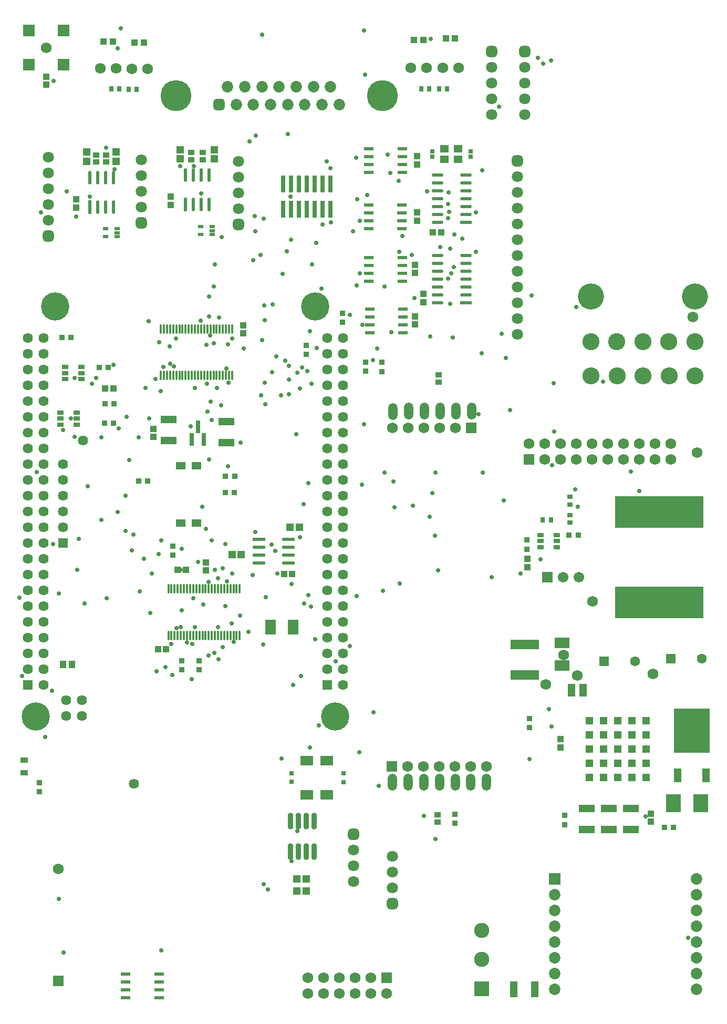
<source format=gts>
G04*
G04 #@! TF.GenerationSoftware,Altium Limited,Altium Designer,24.1.2 (44)*
G04*
G04 Layer_Color=8388736*
%FSLAX44Y44*%
%MOMM*%
G71*
G04*
G04 #@! TF.SameCoordinates,9E3D1DA3-FC52-4BB6-AAC9-55B28770B0AD*
G04*
G04*
G04 #@! TF.FilePolarity,Negative*
G04*
G01*
G75*
%ADD20R,0.9121X0.9581*%
%ADD21R,0.7400X2.7900*%
G04:AMPARAMS|DCode=22|XSize=1.5mm|YSize=0.3mm|CornerRadius=0.0495mm|HoleSize=0mm|Usage=FLASHONLY|Rotation=90.000|XOffset=0mm|YOffset=0mm|HoleType=Round|Shape=RoundedRectangle|*
%AMROUNDEDRECTD22*
21,1,1.5000,0.2010,0,0,90.0*
21,1,1.4010,0.3000,0,0,90.0*
1,1,0.0990,0.1005,0.7005*
1,1,0.0990,0.1005,-0.7005*
1,1,0.0990,-0.1005,-0.7005*
1,1,0.0990,-0.1005,0.7005*
%
%ADD22ROUNDEDRECTD22*%
%ADD24R,0.9581X0.9121*%
G04:AMPARAMS|DCode=25|XSize=1.1mm|YSize=0.6mm|CornerRadius=0.051mm|HoleSize=0mm|Usage=FLASHONLY|Rotation=0.000|XOffset=0mm|YOffset=0mm|HoleType=Round|Shape=RoundedRectangle|*
%AMROUNDEDRECTD25*
21,1,1.1000,0.4980,0,0,0.0*
21,1,0.9980,0.6000,0,0,0.0*
1,1,0.1020,0.4990,-0.2490*
1,1,0.1020,-0.4990,-0.2490*
1,1,0.1020,-0.4990,0.2490*
1,1,0.1020,0.4990,0.2490*
%
%ADD25ROUNDEDRECTD25*%
%ADD27R,0.9000X0.7500*%
%ADD28R,1.2500X2.5000*%
%ADD32R,1.5000X1.3000*%
%ADD33R,0.7556X0.8121*%
%ADD34R,2.5000X1.2500*%
%ADD35R,4.6000X1.5000*%
%ADD39R,1.5500X0.6000*%
%ADD40R,0.7581X0.8121*%
%ADD43R,1.4000X1.2000*%
G04:AMPARAMS|DCode=44|XSize=1.8741mm|YSize=0.5421mm|CornerRadius=0.2711mm|HoleSize=0mm|Usage=FLASHONLY|Rotation=180.000|XOffset=0mm|YOffset=0mm|HoleType=Round|Shape=RoundedRectangle|*
%AMROUNDEDRECTD44*
21,1,1.8741,0.0000,0,0,180.0*
21,1,1.3319,0.5421,0,0,180.0*
1,1,0.5421,-0.6660,0.0000*
1,1,0.5421,0.6660,0.0000*
1,1,0.5421,0.6660,0.0000*
1,1,0.5421,-0.6660,0.0000*
%
%ADD44ROUNDEDRECTD44*%
%ADD45R,1.8741X0.5421*%
G04:AMPARAMS|DCode=46|XSize=2.0771mm|YSize=0.5821mm|CornerRadius=0.2911mm|HoleSize=0mm|Usage=FLASHONLY|Rotation=0.000|XOffset=0mm|YOffset=0mm|HoleType=Round|Shape=RoundedRectangle|*
%AMROUNDEDRECTD46*
21,1,2.0771,0.0000,0,0,0.0*
21,1,1.4949,0.5821,0,0,0.0*
1,1,0.5821,0.7475,0.0000*
1,1,0.5821,-0.7475,0.0000*
1,1,0.5821,-0.7475,0.0000*
1,1,0.5821,0.7475,0.0000*
%
%ADD46ROUNDEDRECTD46*%
%ADD47R,2.0771X0.5821*%
%ADD48R,1.3000X0.9000*%
%ADD49R,0.7000X0.7000*%
%ADD52R,1.1549X2.1062*%
G04:AMPARAMS|DCode=55|XSize=2.1692mm|YSize=0.5821mm|CornerRadius=0.2911mm|HoleSize=0mm|Usage=FLASHONLY|Rotation=90.000|XOffset=0mm|YOffset=0mm|HoleType=Round|Shape=RoundedRectangle|*
%AMROUNDEDRECTD55*
21,1,2.1692,0.0000,0,0,90.0*
21,1,1.5870,0.5821,0,0,90.0*
1,1,0.5821,0.0000,0.7935*
1,1,0.5821,0.0000,-0.7935*
1,1,0.5821,0.0000,-0.7935*
1,1,0.5821,0.0000,0.7935*
%
%ADD55ROUNDEDRECTD55*%
%ADD56R,0.5821X2.1692*%
%ADD65O,1.4732X2.7432*%
%ADD66R,1.1032X1.0532*%
%ADD67R,0.8032X2.0032*%
%ADD68R,1.0532X1.1032*%
%ADD69R,1.0532X0.9032*%
%ADD70R,1.7232X2.3832*%
%ADD71R,2.3832X1.7232*%
%ADD72R,1.0032X1.2032*%
%ADD73R,1.0032X1.0032*%
%ADD74R,1.1532X1.1532*%
%ADD75R,0.7232X0.7632*%
%ADD76R,1.2632X1.2632*%
%ADD77R,1.9431X1.9431*%
%ADD78C,1.7272*%
%ADD79R,1.1532X1.1532*%
%ADD80R,0.8636X0.5080*%
%ADD81R,2.3622X2.9462*%
%ADD82O,0.9032X2.7032*%
%ADD83R,1.2032X2.2532*%
%ADD84R,5.8532X7.1032*%
%ADD85R,2.1032X1.5032*%
%ADD86R,14.2032X5.2032*%
%ADD87C,1.8032*%
G04:AMPARAMS|DCode=88|XSize=1.8032mm|YSize=1.8032mm|CornerRadius=0.5016mm|HoleSize=0mm|Usage=FLASHONLY|Rotation=90.000|XOffset=0mm|YOffset=0mm|HoleType=Round|Shape=RoundedRectangle|*
%AMROUNDEDRECTD88*
21,1,1.8032,0.8000,0,0,90.0*
21,1,0.8000,1.8032,0,0,90.0*
1,1,1.0032,0.4000,0.4000*
1,1,1.0032,0.4000,-0.4000*
1,1,1.0032,-0.4000,-0.4000*
1,1,1.0032,-0.4000,0.4000*
%
%ADD88ROUNDEDRECTD88*%
%ADD89R,1.7272X1.7272*%
%ADD90C,1.7532*%
%ADD91R,1.7532X1.7532*%
%ADD92C,2.7432*%
%ADD93C,4.2032*%
%ADD94R,1.7032X1.7032*%
%ADD95C,1.7032*%
%ADD96R,2.4500X2.4500*%
%ADD97C,2.4500*%
%ADD98R,1.8542X1.8542*%
%ADD99C,1.8542*%
%ADD100R,1.7532X1.7532*%
%ADD101C,1.6256*%
%ADD102C,4.5466*%
%ADD103R,1.6256X1.6256*%
%ADD104C,1.8532*%
%ADD105C,5.0032*%
G04:AMPARAMS|DCode=106|XSize=1.8532mm|YSize=1.8532mm|CornerRadius=0.5141mm|HoleSize=0mm|Usage=FLASHONLY|Rotation=180.000|XOffset=0mm|YOffset=0mm|HoleType=Round|Shape=RoundedRectangle|*
%AMROUNDEDRECTD106*
21,1,1.8532,0.8250,0,0,180.0*
21,1,0.8250,1.8532,0,0,180.0*
1,1,1.0282,-0.4125,0.4125*
1,1,1.0282,0.4125,0.4125*
1,1,1.0282,0.4125,-0.4125*
1,1,1.0282,-0.4125,-0.4125*
%
%ADD106ROUNDEDRECTD106*%
%ADD107R,1.6032X1.6032*%
%ADD108C,1.6032*%
%ADD109C,1.7400*%
%ADD110R,1.7400X1.7400*%
%ADD111C,0.7112*%
D20*
X862330Y478948D02*
D03*
Y464408D02*
D03*
X329438Y557880D02*
D03*
Y572420D02*
D03*
X302006Y557626D02*
D03*
Y572166D02*
D03*
X858220Y766628D02*
D03*
Y752088D02*
D03*
X742188Y310326D02*
D03*
Y324866D02*
D03*
X919226Y322992D02*
D03*
Y308452D02*
D03*
X624586Y1038194D02*
D03*
Y1052734D02*
D03*
X598170Y1053496D02*
D03*
Y1038956D02*
D03*
X287274Y742538D02*
D03*
Y757078D02*
D03*
X560832Y1131631D02*
D03*
Y1117092D02*
D03*
X502158Y1080166D02*
D03*
Y1065626D02*
D03*
X72390Y361284D02*
D03*
Y375824D02*
D03*
D21*
X465328Y1299434D02*
D03*
X478028D02*
D03*
X490728D02*
D03*
X503428D02*
D03*
X516128D02*
D03*
X528828D02*
D03*
X541528D02*
D03*
X465328Y1340134D02*
D03*
X478028D02*
D03*
X490728D02*
D03*
X503428D02*
D03*
X516128D02*
D03*
X528828D02*
D03*
X541528D02*
D03*
D22*
X267874Y1031804D02*
D03*
X272874D02*
D03*
X277874D02*
D03*
X282874D02*
D03*
X287874D02*
D03*
X292874D02*
D03*
X297874D02*
D03*
X302874D02*
D03*
X307874D02*
D03*
X312874D02*
D03*
X317874D02*
D03*
X322874D02*
D03*
X327874D02*
D03*
X332874D02*
D03*
X337874D02*
D03*
X342874D02*
D03*
X347874D02*
D03*
X352874D02*
D03*
X357874D02*
D03*
X362874D02*
D03*
X367874D02*
D03*
X372874D02*
D03*
X377874D02*
D03*
X382874D02*
D03*
Y1106804D02*
D03*
X377874D02*
D03*
X372874D02*
D03*
X367874D02*
D03*
X362874D02*
D03*
X357874D02*
D03*
X352874D02*
D03*
X347874D02*
D03*
X342874D02*
D03*
X337874D02*
D03*
X332874D02*
D03*
X327874D02*
D03*
X322874D02*
D03*
X317874D02*
D03*
X312874D02*
D03*
X307874D02*
D03*
X302874D02*
D03*
X297874D02*
D03*
X292874D02*
D03*
X287874D02*
D03*
X282874D02*
D03*
X277874D02*
D03*
X272874D02*
D03*
X267874D02*
D03*
X280066Y613248D02*
D03*
X285066D02*
D03*
X290066D02*
D03*
X295066D02*
D03*
X300066D02*
D03*
X305066D02*
D03*
X310066D02*
D03*
X315066D02*
D03*
X320066D02*
D03*
X325066D02*
D03*
X330066D02*
D03*
X335066D02*
D03*
X340066D02*
D03*
X345066D02*
D03*
X350066D02*
D03*
X355066D02*
D03*
X360066D02*
D03*
X365066D02*
D03*
X370066D02*
D03*
X375066D02*
D03*
X380066D02*
D03*
X385066D02*
D03*
X390066D02*
D03*
X395066D02*
D03*
Y688248D02*
D03*
X390066D02*
D03*
X385066D02*
D03*
X380066D02*
D03*
X375066D02*
D03*
X370066D02*
D03*
X365066D02*
D03*
X360066D02*
D03*
X355066D02*
D03*
X350066D02*
D03*
X345066D02*
D03*
X340066D02*
D03*
X335066D02*
D03*
X330066D02*
D03*
X325066D02*
D03*
X320066D02*
D03*
X315066D02*
D03*
X310066D02*
D03*
X305066D02*
D03*
X300066D02*
D03*
X295066D02*
D03*
X290066D02*
D03*
X285066D02*
D03*
X280066D02*
D03*
D24*
X182920Y1044872D02*
D03*
X168380D02*
D03*
X108434Y1092708D02*
D03*
X122974D02*
D03*
X1079850Y304038D02*
D03*
X1094390D02*
D03*
X177738Y986282D02*
D03*
X192278D02*
D03*
X176784Y954786D02*
D03*
X191324D02*
D03*
X940420Y774344D02*
D03*
X925880D02*
D03*
X371856Y842772D02*
D03*
X386396D02*
D03*
X372206Y869696D02*
D03*
X386746D02*
D03*
X232252Y861822D02*
D03*
X246792D02*
D03*
D25*
X139882Y1045228D02*
D03*
Y1035728D02*
D03*
Y1026228D02*
D03*
X113882D02*
D03*
Y1035728D02*
D03*
Y1045228D02*
D03*
X879764Y755446D02*
D03*
Y764946D02*
D03*
Y774446D02*
D03*
X905764D02*
D03*
Y764946D02*
D03*
Y755446D02*
D03*
X106380Y952652D02*
D03*
Y962152D02*
D03*
Y971652D02*
D03*
X132380D02*
D03*
Y962152D02*
D03*
Y952652D02*
D03*
D27*
X927562Y806506D02*
D03*
Y794506D02*
D03*
Y836066D02*
D03*
Y824066D02*
D03*
D28*
X870440Y43434D02*
D03*
X836440D02*
D03*
D32*
X300228Y886232D02*
D03*
X325628D02*
D03*
Y794232D02*
D03*
X300228D02*
D03*
D33*
X882963Y799490D02*
D03*
X896469D02*
D03*
D34*
X373380Y957308D02*
D03*
Y923308D02*
D03*
X1025652Y334500D02*
D03*
Y300500D02*
D03*
X990092Y334500D02*
D03*
Y300500D02*
D03*
X954532Y334500D02*
D03*
Y300500D02*
D03*
X280162Y960610D02*
D03*
Y926610D02*
D03*
D35*
X854710Y598540D02*
D03*
Y549540D02*
D03*
D39*
X602920Y1358392D02*
D03*
Y1371092D02*
D03*
Y1383792D02*
D03*
Y1396492D02*
D03*
X656920D02*
D03*
Y1383792D02*
D03*
Y1371092D02*
D03*
Y1358392D02*
D03*
X602666Y1268222D02*
D03*
Y1280922D02*
D03*
Y1293622D02*
D03*
Y1306322D02*
D03*
X656666D02*
D03*
Y1293622D02*
D03*
Y1280922D02*
D03*
Y1268222D02*
D03*
X604444Y1100582D02*
D03*
Y1113282D02*
D03*
Y1125982D02*
D03*
Y1138682D02*
D03*
X658444D02*
D03*
Y1125982D02*
D03*
Y1113282D02*
D03*
Y1100582D02*
D03*
X210998Y67564D02*
D03*
Y54864D02*
D03*
Y42164D02*
D03*
Y29464D02*
D03*
X264998D02*
D03*
Y42164D02*
D03*
Y54864D02*
D03*
Y67564D02*
D03*
X603428Y1183132D02*
D03*
Y1195832D02*
D03*
Y1208532D02*
D03*
Y1221232D02*
D03*
X657428D02*
D03*
Y1208532D02*
D03*
Y1195832D02*
D03*
Y1183132D02*
D03*
D40*
X716788Y1493266D02*
D03*
X729328D02*
D03*
X188294Y1493012D02*
D03*
X200834D02*
D03*
X229028Y1492758D02*
D03*
X216488D02*
D03*
X687912Y1493012D02*
D03*
X700452D02*
D03*
D43*
X746838Y1396864D02*
D03*
X724838D02*
D03*
Y1379864D02*
D03*
X746838D02*
D03*
D44*
X713740Y1149096D02*
D03*
Y1161796D02*
D03*
Y1174496D02*
D03*
Y1187196D02*
D03*
Y1199896D02*
D03*
Y1212596D02*
D03*
Y1225296D02*
D03*
X760061D02*
D03*
Y1212596D02*
D03*
Y1199896D02*
D03*
Y1187196D02*
D03*
Y1174496D02*
D03*
Y1161796D02*
D03*
X713740Y1278636D02*
D03*
Y1291336D02*
D03*
Y1304036D02*
D03*
Y1316736D02*
D03*
Y1329436D02*
D03*
Y1342136D02*
D03*
Y1354836D02*
D03*
X760061D02*
D03*
Y1342136D02*
D03*
Y1329436D02*
D03*
Y1316736D02*
D03*
Y1304036D02*
D03*
Y1291336D02*
D03*
D45*
Y1149096D02*
D03*
Y1278636D02*
D03*
D46*
X473255Y767588D02*
D03*
Y754888D02*
D03*
Y742188D02*
D03*
Y729488D02*
D03*
X425905D02*
D03*
Y742188D02*
D03*
Y754888D02*
D03*
D47*
Y767588D02*
D03*
D48*
X47244Y391496D02*
D03*
Y412496D02*
D03*
D49*
X562102Y376794D02*
D03*
Y390794D02*
D03*
X478282Y377302D02*
D03*
Y391302D02*
D03*
D52*
X929781Y525018D02*
D03*
X948294D02*
D03*
D55*
X307340Y1354342D02*
D03*
X320040D02*
D03*
X332740D02*
D03*
X345440D02*
D03*
Y1307070D02*
D03*
X332740D02*
D03*
X320040D02*
D03*
X165862Y1302766D02*
D03*
X178562D02*
D03*
X191262D02*
D03*
Y1350038D02*
D03*
X178562D02*
D03*
X165862D02*
D03*
X153162D02*
D03*
D56*
X307340Y1307070D02*
D03*
X153162Y1302766D02*
D03*
D65*
X641069Y376682D02*
D03*
X666389D02*
D03*
X691709D02*
D03*
X717029D02*
D03*
X742348D02*
D03*
X767668D02*
D03*
X792988D02*
D03*
X641858Y973582D02*
D03*
X667368Y974264D02*
D03*
X692687D02*
D03*
X718007D02*
D03*
X743327D02*
D03*
X768646D02*
D03*
D66*
X255778Y932792D02*
D03*
Y945792D02*
D03*
X340360Y730654D02*
D03*
Y717654D02*
D03*
X82804Y1499974D02*
D03*
Y1512974D02*
D03*
X680720Y1371704D02*
D03*
Y1384704D02*
D03*
X681228Y1281026D02*
D03*
Y1294026D02*
D03*
X1057656Y313032D02*
D03*
Y326032D02*
D03*
X912368Y445666D02*
D03*
Y432667D02*
D03*
X283718Y1306426D02*
D03*
Y1319426D02*
D03*
X131318Y1302212D02*
D03*
Y1315212D02*
D03*
X858982Y736140D02*
D03*
Y723140D02*
D03*
X400558Y1099312D02*
D03*
Y1112312D02*
D03*
X677926Y1114148D02*
D03*
Y1127148D02*
D03*
Y1196698D02*
D03*
Y1209698D02*
D03*
X691388Y1149962D02*
D03*
Y1162962D02*
D03*
D67*
X327508Y948878D02*
D03*
X337008Y928878D02*
D03*
X318008D02*
D03*
D68*
X191158Y1010920D02*
D03*
X178158D02*
D03*
X295252Y719074D02*
D03*
X308252D02*
D03*
X466806Y711962D02*
D03*
X479806D02*
D03*
X263607Y590804D02*
D03*
X276606D02*
D03*
X719629Y1262380D02*
D03*
X706628D02*
D03*
D69*
X713740Y312512D02*
D03*
Y324012D02*
D03*
X716026Y1032764D02*
D03*
Y1021264D02*
D03*
X335288Y1390860D02*
D03*
Y1379360D02*
D03*
X317000Y1390860D02*
D03*
Y1379360D02*
D03*
X163584Y1387002D02*
D03*
Y1375502D02*
D03*
X179332Y1387002D02*
D03*
Y1375502D02*
D03*
D70*
X444647Y626618D02*
D03*
X481437D02*
D03*
D71*
X914908Y601071D02*
D03*
Y564281D02*
D03*
D72*
X124848Y566420D02*
D03*
X109848D02*
D03*
D73*
X727068Y1574800D02*
D03*
X742068D02*
D03*
X175634Y1569720D02*
D03*
X190634D02*
D03*
X225672Y1568196D02*
D03*
X240672D02*
D03*
X690760Y1572514D02*
D03*
X675760D02*
D03*
D74*
X475862Y787400D02*
D03*
X490862D02*
D03*
X382644Y742950D02*
D03*
X397644D02*
D03*
X502038Y201676D02*
D03*
X487038D02*
D03*
X502038Y220980D02*
D03*
X487038D02*
D03*
D75*
X767080Y1392264D02*
D03*
Y1384464D02*
D03*
X705358D02*
D03*
Y1392264D02*
D03*
D76*
X958730Y452882D02*
D03*
X1050330Y384182D02*
D03*
X1027430D02*
D03*
X1004530D02*
D03*
X981630D02*
D03*
X958730D02*
D03*
X1050330Y407082D02*
D03*
X1027430D02*
D03*
X1004530D02*
D03*
X981630D02*
D03*
X958730D02*
D03*
X1050330Y429982D02*
D03*
X1027430D02*
D03*
X1004530D02*
D03*
X981630D02*
D03*
X958730D02*
D03*
X1050330Y452882D02*
D03*
X1027430D02*
D03*
X1004530D02*
D03*
X981630D02*
D03*
X1050330Y475782D02*
D03*
X1027430D02*
D03*
X1004530D02*
D03*
X981630D02*
D03*
X958730D02*
D03*
D77*
X55562Y1587563D02*
D03*
X111061D02*
D03*
Y1532064D02*
D03*
X55562D02*
D03*
D78*
X83312Y1559814D02*
D03*
X102870Y236636D02*
D03*
X747776Y1527048D02*
D03*
X722376D02*
D03*
X696214Y1527302D02*
D03*
X670814D02*
D03*
X246634Y1525778D02*
D03*
X221234D02*
D03*
X196088Y1526032D02*
D03*
X170688D02*
D03*
X939528Y548878D02*
D03*
X887984Y534162D02*
D03*
X1061212Y551434D02*
D03*
X916940Y581914D02*
D03*
X963897Y668307D02*
D03*
X1131824Y907796D02*
D03*
X1125474Y1125728D02*
D03*
D79*
X354076Y1395610D02*
D03*
Y1380610D02*
D03*
X195580Y1391752D02*
D03*
Y1376752D02*
D03*
X148336Y1391752D02*
D03*
Y1376752D02*
D03*
X299212Y1395610D02*
D03*
Y1380610D02*
D03*
D80*
X179214Y1255118D02*
D03*
Y1268118D02*
D03*
X197214D02*
D03*
Y1261618D02*
D03*
Y1255118D02*
D03*
X332376Y1258674D02*
D03*
Y1271674D02*
D03*
X350376D02*
D03*
Y1265174D02*
D03*
Y1258674D02*
D03*
D81*
X1093976Y342392D02*
D03*
X1138176D02*
D03*
D82*
X477012Y265060D02*
D03*
X489712D02*
D03*
X502412D02*
D03*
X515112D02*
D03*
X477012Y314060D02*
D03*
X489712D02*
D03*
X502412D02*
D03*
X515112D02*
D03*
D83*
X1100896Y387740D02*
D03*
X1146496D02*
D03*
D84*
X1123696Y459740D02*
D03*
D85*
X535178Y356616D02*
D03*
X503178D02*
D03*
X535178Y411616D02*
D03*
X503178D02*
D03*
D86*
X1071118Y811530D02*
D03*
Y666530D02*
D03*
D87*
X392938Y1325626D02*
D03*
Y1300226D02*
D03*
Y1351026D02*
D03*
Y1376426D02*
D03*
X578357Y267208D02*
D03*
Y241808D02*
D03*
Y216408D02*
D03*
X842264Y1174496D02*
D03*
Y1250696D02*
D03*
Y1301496D02*
D03*
Y1352296D02*
D03*
Y1326896D02*
D03*
Y1276096D02*
D03*
Y1225296D02*
D03*
Y1199896D02*
D03*
Y1149096D02*
D03*
Y1123696D02*
D03*
Y1098296D02*
D03*
X800862Y1502664D02*
D03*
Y1528064D02*
D03*
Y1477264D02*
D03*
Y1451864D02*
D03*
X236220Y1379220D02*
D03*
Y1353820D02*
D03*
Y1303020D02*
D03*
Y1328420D02*
D03*
X641096Y206755D02*
D03*
Y232155D02*
D03*
Y257555D02*
D03*
X854710Y1451864D02*
D03*
Y1477264D02*
D03*
Y1528064D02*
D03*
Y1502664D02*
D03*
X86868Y1383538D02*
D03*
Y1358138D02*
D03*
Y1307338D02*
D03*
Y1281938D02*
D03*
Y1332738D02*
D03*
D88*
X392938Y1274826D02*
D03*
X578357Y292608D02*
D03*
X842264Y1377696D02*
D03*
X800862Y1553464D02*
D03*
X236220Y1277620D02*
D03*
X641096Y181355D02*
D03*
X854710Y1553464D02*
D03*
X86868Y1256538D02*
D03*
D89*
X102870Y56642D02*
D03*
D90*
X792988Y402082D02*
D03*
X767588D02*
D03*
X742188D02*
D03*
X716788D02*
D03*
X691388D02*
D03*
X665988D02*
D03*
X742858Y946912D02*
D03*
X717458D02*
D03*
X692058D02*
D03*
X666658D02*
D03*
X641258D02*
D03*
X988568Y921512D02*
D03*
X963168D02*
D03*
Y896112D02*
D03*
X988568D02*
D03*
X937768D02*
D03*
Y921512D02*
D03*
X912368Y896112D02*
D03*
Y921512D02*
D03*
X886968Y896112D02*
D03*
Y921512D02*
D03*
X861568D02*
D03*
X1090168Y896112D02*
D03*
Y921512D02*
D03*
X1064768Y896112D02*
D03*
Y921512D02*
D03*
X1039368Y896112D02*
D03*
Y921512D02*
D03*
X1013968D02*
D03*
Y896112D02*
D03*
D91*
X640588Y402082D02*
D03*
X768258Y946912D02*
D03*
D92*
X1129136Y1030850D02*
D03*
X1087136D02*
D03*
X1045136D02*
D03*
X1003136D02*
D03*
X961136D02*
D03*
X1128776Y1085850D02*
D03*
X1086866D02*
D03*
X1044956D02*
D03*
X1003046D02*
D03*
X961136D02*
D03*
D93*
X1129136Y1158849D02*
D03*
X961136D02*
D03*
D94*
X890986Y706780D02*
D03*
D95*
X916386D02*
D03*
X941786D02*
D03*
D96*
X785114Y44186D02*
D03*
D97*
Y91186D02*
D03*
Y138186D02*
D03*
D98*
X902970Y220980D02*
D03*
D99*
Y195580D02*
D03*
Y119380D02*
D03*
Y68580D02*
D03*
Y93980D02*
D03*
Y144780D02*
D03*
Y43180D02*
D03*
Y170180D02*
D03*
X1131570Y43180D02*
D03*
Y144780D02*
D03*
Y93980D02*
D03*
Y119380D02*
D03*
Y220980D02*
D03*
Y170180D02*
D03*
Y195580D02*
D03*
Y68580D02*
D03*
D100*
X861568Y896112D02*
D03*
D101*
X53340Y736092D02*
D03*
Y710692D02*
D03*
Y659892D02*
D03*
Y761492D02*
D03*
Y685292D02*
D03*
Y634492D02*
D03*
Y609092D02*
D03*
Y863092D02*
D03*
Y888492D02*
D03*
Y1040892D02*
D03*
Y1015492D02*
D03*
Y964692D02*
D03*
Y939292D02*
D03*
Y913892D02*
D03*
Y583692D02*
D03*
Y837692D02*
D03*
Y990092D02*
D03*
Y1066292D02*
D03*
Y786892D02*
D03*
Y812292D02*
D03*
Y558292D02*
D03*
Y1091692D02*
D03*
X78740Y710692D02*
D03*
Y685292D02*
D03*
Y659892D02*
D03*
Y736092D02*
D03*
Y837692D02*
D03*
Y609092D02*
D03*
Y634492D02*
D03*
Y863092D02*
D03*
Y888492D02*
D03*
Y1066292D02*
D03*
Y1040892D02*
D03*
Y1015492D02*
D03*
Y990092D02*
D03*
Y964692D02*
D03*
Y939292D02*
D03*
Y913892D02*
D03*
Y583692D02*
D03*
Y761492D02*
D03*
Y812292D02*
D03*
Y786892D02*
D03*
Y558292D02*
D03*
Y1091692D02*
D03*
X142240Y926592D02*
D03*
X224790Y374142D02*
D03*
X78740Y532892D02*
D03*
X561340D02*
D03*
X535940Y736092D02*
D03*
X561340Y710692D02*
D03*
X535940D02*
D03*
Y659892D02*
D03*
X561340Y685292D02*
D03*
Y659892D02*
D03*
X535940Y761492D02*
D03*
Y685292D02*
D03*
X561340Y736092D02*
D03*
Y837692D02*
D03*
X535940Y634492D02*
D03*
Y609092D02*
D03*
X561340D02*
D03*
Y634492D02*
D03*
Y863092D02*
D03*
X535940D02*
D03*
Y888492D02*
D03*
X561340D02*
D03*
X535940Y1091692D02*
D03*
X561340Y1066292D02*
D03*
X535940Y1040892D02*
D03*
X561340D02*
D03*
X535940Y1015492D02*
D03*
X561340D02*
D03*
Y990092D02*
D03*
Y964692D02*
D03*
Y939292D02*
D03*
X535940Y964692D02*
D03*
Y939292D02*
D03*
Y913892D02*
D03*
X561340D02*
D03*
X535940Y583692D02*
D03*
X561340D02*
D03*
Y761492D02*
D03*
X535940Y837692D02*
D03*
X561340Y812292D02*
D03*
X535940Y990092D02*
D03*
X561340Y1091692D02*
D03*
X535940Y1066292D02*
D03*
Y786892D02*
D03*
Y812292D02*
D03*
X561340Y786892D02*
D03*
X535940Y558292D02*
D03*
X561340D02*
D03*
X110490Y812292D02*
D03*
Y888492D02*
D03*
Y786892D02*
D03*
Y863092D02*
D03*
Y837692D02*
D03*
X140970Y483362D02*
D03*
X115570D02*
D03*
X140970Y508762D02*
D03*
X115570D02*
D03*
D102*
X66040Y482092D02*
D03*
X97790Y1142492D02*
D03*
X548640Y482092D02*
D03*
X516890Y1142492D02*
D03*
D103*
X53340Y532892D02*
D03*
X535940D02*
D03*
X110490Y761492D02*
D03*
D104*
X541594Y1496544D02*
D03*
X513894D02*
D03*
X486194D02*
D03*
X458494D02*
D03*
X430794D02*
D03*
X403094D02*
D03*
X375394D02*
D03*
X555444Y1468144D02*
D03*
X527744D02*
D03*
X500044D02*
D03*
X472344D02*
D03*
X389244D02*
D03*
X444644D02*
D03*
X416944D02*
D03*
D105*
X291894Y1482344D02*
D03*
X625094D02*
D03*
D106*
X361544Y1468144D02*
D03*
D107*
X1090168Y575818D02*
D03*
X982364Y571754D02*
D03*
D108*
X1140168Y575818D02*
D03*
X1032364Y571754D02*
D03*
D109*
X504698Y36322D02*
D03*
X530098D02*
D03*
X555498D02*
D03*
X580898D02*
D03*
X606298D02*
D03*
X631698D02*
D03*
X504698Y61722D02*
D03*
X530098D02*
D03*
X555498D02*
D03*
X580898D02*
D03*
X606298D02*
D03*
D110*
X631698D02*
D03*
D111*
X495554Y1044448D02*
D03*
X884090Y1534414D02*
D03*
X897128Y1539494D02*
D03*
X703326Y1573784D02*
D03*
X179324Y1398778D02*
D03*
X535432Y1376172D02*
D03*
X541528Y1365928D02*
D03*
X734060Y1236218D02*
D03*
X740664Y1258653D02*
D03*
X731266Y1308100D02*
D03*
X616458Y1075436D02*
D03*
X572262Y1129284D02*
D03*
X265377Y1085035D02*
D03*
X212734Y965454D02*
D03*
X249174Y962152D02*
D03*
X242824Y1011606D02*
D03*
X487934Y1036066D02*
D03*
X898144Y887222D02*
D03*
X940054Y820166D02*
D03*
X452628Y749300D02*
D03*
X446278Y759206D02*
D03*
X334518Y820166D02*
D03*
X264231Y744291D02*
D03*
X455422Y712978D02*
D03*
X367538Y720932D02*
D03*
X327914Y731774D02*
D03*
X253238Y712724D02*
D03*
X300192Y719074D02*
D03*
X344932Y699432D02*
D03*
X285053Y599375D02*
D03*
X583692Y676148D02*
D03*
X691642Y322326D02*
D03*
X508000Y432308D02*
D03*
X516264Y607230D02*
D03*
X522614Y467784D02*
D03*
X1118024Y126154D02*
D03*
X432562Y598678D02*
D03*
X491998Y771144D02*
D03*
X436062Y985464D02*
D03*
X474608Y1047106D02*
D03*
X454034Y1062144D02*
D03*
X468258Y1055794D02*
D03*
X486156Y936922D02*
D03*
X492506Y1011174D02*
D03*
X701430Y803910D02*
D03*
X673998Y821860D02*
D03*
X644280Y819574D02*
D03*
X705404Y842180D02*
D03*
X320548Y673100D02*
D03*
X343408Y973328D02*
D03*
X865632Y1160442D02*
D03*
X1025652Y877316D02*
D03*
X901700Y941070D02*
D03*
X875792Y1543774D02*
D03*
X785876Y1362202D02*
D03*
X696976Y1328674D02*
D03*
X732536Y1295400D02*
D03*
X730969Y1285283D02*
D03*
X740410Y1205992D02*
D03*
X718448Y1238674D02*
D03*
X730504Y1187704D02*
D03*
X736092Y1196594D02*
D03*
X734568Y1146810D02*
D03*
X592718Y1113282D02*
D03*
X588518Y1196086D02*
D03*
X651848Y1230800D02*
D03*
X672592Y1225804D02*
D03*
X657488Y1256454D02*
D03*
X589026Y1280922D02*
D03*
X577224Y1263566D02*
D03*
X651417Y1344821D02*
D03*
X633242Y1387582D02*
D03*
X637540Y1357884D02*
D03*
X582422Y1382776D02*
D03*
X382874Y1091100D02*
D03*
X401542Y1075436D02*
D03*
X376174Y1081786D02*
D03*
X361696Y1124712D02*
D03*
X331978Y1120140D02*
D03*
X347714Y1095926D02*
D03*
X292512Y1091534D02*
D03*
X282330Y1078230D02*
D03*
X289052Y1045972D02*
D03*
X283210Y1050798D02*
D03*
X272127Y1045914D02*
D03*
X373380Y1043114D02*
D03*
X377162Y1020234D02*
D03*
X358394Y1011936D02*
D03*
X342138Y1018032D02*
D03*
X261112Y555498D02*
D03*
X286512Y549060D02*
D03*
X275590Y561848D02*
D03*
X318008Y542544D02*
D03*
X344678Y580898D02*
D03*
X353915Y585259D02*
D03*
X367792Y594360D02*
D03*
X359918Y626618D02*
D03*
X385064Y602488D02*
D03*
X409194Y618490D02*
D03*
X318906Y599440D02*
D03*
X371992Y660316D02*
D03*
X382559Y712502D02*
D03*
X374650Y699848D02*
D03*
X354838Y718820D02*
D03*
X359664Y704850D02*
D03*
X301244Y752602D02*
D03*
X848004Y713130D02*
D03*
X549637Y571734D02*
D03*
X43970Y547624D02*
D03*
X526419Y1171834D02*
D03*
X103378Y680212D02*
D03*
X40132Y673608D02*
D03*
X94488Y759968D02*
D03*
X68326Y876046D02*
D03*
X198628Y1558798D02*
D03*
X518414Y1245616D02*
D03*
X528828Y1275334D02*
D03*
X541782Y1278636D02*
D03*
X360528Y574684D02*
D03*
X381644Y632376D02*
D03*
X322970Y626788D02*
D03*
X301634Y653458D02*
D03*
X234070Y684192D02*
D03*
X352874Y1174666D02*
D03*
X341698Y1081448D02*
D03*
X198002Y811446D02*
D03*
X349894Y960036D02*
D03*
X1049410Y321226D02*
D03*
X268815Y766181D02*
D03*
X116468Y1328538D02*
D03*
X232292Y932411D02*
D03*
X299212Y1369366D02*
D03*
X111500Y102144D02*
D03*
X200034Y946320D02*
D03*
X267598Y1006772D02*
D03*
X714384Y717720D02*
D03*
X779916Y969346D02*
D03*
X709812Y773600D02*
D03*
X591956Y855896D02*
D03*
X376310Y885360D02*
D03*
X135264Y768520D02*
D03*
X81704Y449496D02*
D03*
X597283Y1516550D02*
D03*
X812682Y1464480D02*
D03*
X421014Y1417744D02*
D03*
X584756Y1315584D02*
D03*
X830716Y976038D02*
D03*
X901328Y1019472D02*
D03*
X738514Y1092878D02*
D03*
X507873Y1103122D02*
D03*
X94911Y1506357D02*
D03*
X824112Y1059604D02*
D03*
X149996Y853610D02*
D03*
X710320Y875708D02*
D03*
X474608Y1001753D02*
D03*
Y1024806D02*
D03*
X157108Y1018456D02*
D03*
X510422Y1018626D02*
D03*
X785297Y1067868D02*
D03*
X893708Y493946D02*
D03*
X787028Y875200D02*
D03*
X471052Y1232070D02*
D03*
X430920Y1088814D02*
D03*
X434984Y1120818D02*
D03*
X519312Y1075860D02*
D03*
X172348Y799000D02*
D03*
Y932096D02*
D03*
X609990Y1056556D02*
D03*
X505850Y858436D02*
D03*
X365508Y983644D02*
D03*
X122818Y962152D02*
D03*
X572906Y596308D02*
D03*
X588146Y425112D02*
D03*
X498484Y664126D02*
D03*
X416523Y1217084D02*
D03*
X435429Y1020488D02*
D03*
X505850Y678435D02*
D03*
X701938Y1094656D02*
D03*
X862330Y414020D02*
D03*
X335924Y663237D02*
D03*
X437270Y674286D02*
D03*
X462416Y414698D02*
D03*
X497976Y824908D02*
D03*
X447684Y1146472D02*
D03*
X433916Y1284648D02*
D03*
X595258Y953178D02*
D03*
X461908Y999406D02*
D03*
X464448Y1194986D02*
D03*
X224136Y775350D02*
D03*
X345322Y896536D02*
D03*
X419236Y1288458D02*
D03*
X365980Y1254676D02*
D03*
X440826Y203878D02*
D03*
X315858Y949876D02*
D03*
X103514Y188384D02*
D03*
X268360Y105580D02*
D03*
X478146Y249344D02*
D03*
X775598Y1294554D02*
D03*
Y1231054D02*
D03*
X731656Y1326896D02*
D03*
X428380Y1225720D02*
D03*
X355228Y1210734D02*
D03*
X129168Y932858D02*
D03*
X248040Y1119040D02*
D03*
X144662Y664888D02*
D03*
X110118Y943526D02*
D03*
X259564Y1025822D02*
D03*
X322462Y1011852D02*
D03*
X395214Y645076D02*
D03*
X610498Y489628D02*
D03*
X396680Y923308D02*
D03*
X203404Y1590464D02*
D03*
X935618Y848276D02*
D03*
X643010Y861230D02*
D03*
X504072Y1038522D02*
D03*
X191652Y1049190D02*
D03*
X509914Y659300D02*
D03*
X710456Y285530D02*
D03*
X75066Y1294554D02*
D03*
X153162Y1319700D02*
D03*
X511438Y1210734D02*
D03*
X639708Y1101006D02*
D03*
X897264Y466768D02*
D03*
X345830Y1159172D02*
D03*
X434730Y1144186D02*
D03*
X429078Y999914D02*
D03*
X433968Y212768D02*
D03*
X625992Y685208D02*
D03*
X619134Y371010D02*
D03*
X92084Y523664D02*
D03*
X221370Y749978D02*
D03*
X879484Y735246D02*
D03*
X447176Y1036744D02*
D03*
X132724Y718736D02*
D03*
X348345Y989994D02*
D03*
X628278Y875708D02*
D03*
X217052Y895774D02*
D03*
X163458Y1027600D02*
D03*
X210702Y837692D02*
D03*
X180222Y673016D02*
D03*
X299856Y626026D02*
D03*
X493658Y547286D02*
D03*
X415494Y710100D02*
D03*
X420506Y779272D02*
D03*
X652916Y696892D02*
D03*
X478418Y696130D02*
D03*
X820810Y830750D02*
D03*
X211210Y780966D02*
D03*
X250580Y649648D02*
D03*
X340360Y784522D02*
D03*
X240420Y736516D02*
D03*
X350148Y766488D02*
D03*
X371856Y760138D02*
D03*
X481437Y533541D02*
D03*
X980576Y1022012D02*
D03*
X430794Y1580304D02*
D03*
X420252Y1263566D02*
D03*
X345922Y1126914D02*
D03*
X937142Y1141646D02*
D03*
X595766Y1587416D02*
D03*
X477148Y1319700D02*
D03*
X352874Y1083226D02*
D03*
X193430Y1364150D02*
D03*
X310066Y602150D02*
D03*
X487562Y297604D02*
D03*
X128914Y1028108D02*
D03*
X1039368Y846108D02*
D03*
X817542Y1098974D02*
D03*
X477402Y1250104D02*
D03*
X801252Y706780D02*
D03*
X628532Y1174666D02*
D03*
X583574Y1176444D02*
D03*
X293506Y624722D02*
D03*
X753500Y1252303D02*
D03*
X472344Y1420516D02*
D03*
X600338Y1322494D02*
D03*
X411108Y1408600D02*
D03*
X676538Y1156378D02*
D03*
X333130Y1325034D02*
D03*
X320684Y1368976D02*
D03*
X131318Y1287696D02*
D03*
M02*

</source>
